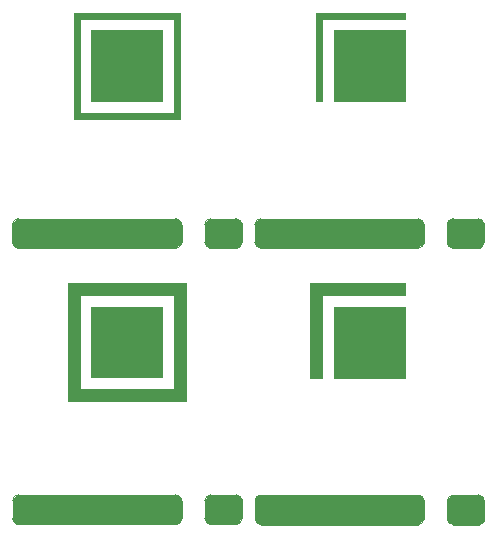
<source format=gbr>
%TF.GenerationSoftware,KiCad,Pcbnew,(7.0.0)*%
%TF.CreationDate,2023-03-30T16:55:44-05:00*%
%TF.ProjectId,Cookie_Mantis,436f6f6b-6965-45f4-9d61-6e7469732e6b,rev?*%
%TF.SameCoordinates,Original*%
%TF.FileFunction,Copper,L1,Top*%
%TF.FilePolarity,Positive*%
%FSLAX46Y46*%
G04 Gerber Fmt 4.6, Leading zero omitted, Abs format (unit mm)*
G04 Created by KiCad (PCBNEW (7.0.0)) date 2023-03-30 16:55:44*
%MOMM*%
%LPD*%
G01*
G04 APERTURE LIST*
%TA.AperFunction,NonConductor*%
%ADD10C,0.010000*%
%TD*%
%TA.AperFunction,NonConductor*%
%ADD11C,0.100000*%
%TD*%
%TA.AperFunction,ViaPad*%
%ADD12C,0.800000*%
%TD*%
%TA.AperFunction,ViaPad*%
%ADD13C,0.250000*%
%TD*%
G04 APERTURE END LIST*
D10*
X39233560Y-37695800D02*
X46233560Y-37695800D01*
X46233560Y-37695800D02*
X46233560Y-38695800D01*
X46233560Y-38695800D02*
X39233560Y-38695800D01*
X39233560Y-38695800D02*
X39233560Y-37695800D01*
G36*
X39233560Y-37695800D02*
G01*
X46233560Y-37695800D01*
X46233560Y-38695800D01*
X39233560Y-38695800D01*
X39233560Y-37695800D01*
G37*
D11*
X27343100Y-32743000D02*
G75*
G03*
X26835040Y-32235000I-508100J-100D01*
G01*
G36*
X47861600Y-34242400D02*
G01*
X33790000Y-33505800D01*
X34044000Y-32947000D01*
X47861600Y-32743800D01*
X47861600Y-34242400D01*
G37*
X47861600Y-34242400D02*
X33790000Y-33505800D01*
X34044000Y-32947000D01*
X47861600Y-32743800D01*
X47861600Y-34242400D01*
G36*
X35329000Y-56189600D02*
G01*
X35583000Y-57662800D01*
X35430600Y-57612000D01*
X33551000Y-57637400D01*
X33551000Y-56164200D01*
X35329000Y-56189600D01*
G37*
X35329000Y-56189600D02*
X35583000Y-57662800D01*
X35430600Y-57612000D01*
X33551000Y-57637400D01*
X33551000Y-56164200D01*
X35329000Y-56189600D01*
G36*
X32042040Y-32311200D02*
G01*
X32296040Y-32412800D01*
X32359540Y-32552500D01*
X32448440Y-32717600D01*
X32448440Y-34241600D01*
X32372240Y-34330500D01*
X32296040Y-34508300D01*
X32169040Y-34635300D01*
X31965840Y-34749600D01*
X29768740Y-34749600D01*
X29730640Y-34698800D01*
X29603640Y-34648000D01*
X29476640Y-34571800D01*
X29375040Y-34419400D01*
X29298840Y-34267000D01*
X29298840Y-32704900D01*
X29375040Y-32628700D01*
X29463940Y-32476300D01*
X29603640Y-32362000D01*
X29806840Y-32235000D01*
X30175140Y-32235000D01*
X30568840Y-32235000D01*
X31953140Y-32235000D01*
X32042040Y-32311200D01*
G37*
X32042040Y-32311200D02*
X32296040Y-32412800D01*
X32359540Y-32552500D01*
X32448440Y-32717600D01*
X32448440Y-34241600D01*
X32372240Y-34330500D01*
X32296040Y-34508300D01*
X32169040Y-34635300D01*
X31965840Y-34749600D01*
X29768740Y-34749600D01*
X29730640Y-34698800D01*
X29603640Y-34648000D01*
X29476640Y-34571800D01*
X29375040Y-34419400D01*
X29298840Y-34267000D01*
X29298840Y-32704900D01*
X29375040Y-32628700D01*
X29463940Y-32476300D01*
X29603640Y-32362000D01*
X29806840Y-32235000D01*
X30175140Y-32235000D01*
X30568840Y-32235000D01*
X31953140Y-32235000D01*
X32042040Y-32311200D01*
X34059000Y-55630800D02*
G75*
G03*
X33551000Y-56138800I0J-508000D01*
G01*
G36*
X47571800Y-55732400D02*
G01*
X47724200Y-55859400D01*
X47800400Y-55986400D01*
X47851200Y-56138800D01*
X45209600Y-56113400D01*
X33551000Y-56138800D01*
X33678000Y-55884800D01*
X33855800Y-55732400D01*
X33982800Y-55681600D01*
X34059000Y-55656200D01*
X47368600Y-55656200D01*
X47571800Y-55732400D01*
G37*
X47571800Y-55732400D02*
X47724200Y-55859400D01*
X47800400Y-55986400D01*
X47851200Y-56138800D01*
X45209600Y-56113400D01*
X33551000Y-56138800D01*
X33678000Y-55884800D01*
X33855800Y-55732400D01*
X33982800Y-55681600D01*
X34059000Y-55656200D01*
X47368600Y-55656200D01*
X47571800Y-55732400D01*
X33536000Y-34242400D02*
G75*
G03*
X34044000Y-34750400I507900J-100D01*
G01*
X32457000Y-56123800D02*
G75*
G03*
X31949000Y-55615800I-508100J-100D01*
G01*
X52982000Y-56138800D02*
G75*
G03*
X52474000Y-55630800I-508100J-100D01*
G01*
X13525440Y-32234940D02*
G75*
G03*
X13017440Y-32743000I60J-508060D01*
G01*
X49832400Y-57637400D02*
G75*
G03*
X50340400Y-58145400I507900J-100D01*
G01*
G36*
X47836200Y-34242400D02*
G01*
X47785400Y-34369400D01*
X47633000Y-34598000D01*
X47353600Y-34725000D01*
X34044000Y-34725000D01*
X33866200Y-34674200D01*
X33688400Y-34521800D01*
X33536000Y-34242400D01*
X34044000Y-33582000D01*
X34958400Y-32642200D01*
X41968800Y-32515200D01*
X47836200Y-34242400D01*
G37*
X47836200Y-34242400D02*
X47785400Y-34369400D01*
X47633000Y-34598000D01*
X47353600Y-34725000D01*
X34044000Y-34725000D01*
X33866200Y-34674200D01*
X33688400Y-34521800D01*
X33536000Y-34242400D01*
X34044000Y-33582000D01*
X34958400Y-32642200D01*
X41968800Y-32515200D01*
X47836200Y-34242400D01*
G36*
X52560600Y-32312000D02*
G01*
X52814600Y-32413600D01*
X52878100Y-32553300D01*
X52967000Y-32718400D01*
X52967000Y-34242400D01*
X52890800Y-34331300D01*
X52814600Y-34509100D01*
X52687600Y-34636100D01*
X52484400Y-34750400D01*
X50287300Y-34750400D01*
X50249200Y-34699600D01*
X50122200Y-34648800D01*
X49995200Y-34572600D01*
X49893600Y-34420200D01*
X49817400Y-34267800D01*
X49817400Y-32705700D01*
X49893600Y-32629500D01*
X49982500Y-32477100D01*
X50122200Y-32362800D01*
X50325400Y-32235800D01*
X50693700Y-32235800D01*
X51087400Y-32235800D01*
X52471700Y-32235800D01*
X52560600Y-32312000D01*
G37*
X52560600Y-32312000D02*
X52814600Y-32413600D01*
X52878100Y-32553300D01*
X52967000Y-32718400D01*
X52967000Y-34242400D01*
X52890800Y-34331300D01*
X52814600Y-34509100D01*
X52687600Y-34636100D01*
X52484400Y-34750400D01*
X50287300Y-34750400D01*
X50249200Y-34699600D01*
X50122200Y-34648800D01*
X49995200Y-34572600D01*
X49893600Y-34420200D01*
X49817400Y-34267800D01*
X49817400Y-32705700D01*
X49893600Y-32629500D01*
X49982500Y-32477100D01*
X50122200Y-32362800D01*
X50325400Y-32235800D01*
X50693700Y-32235800D01*
X51087400Y-32235800D01*
X52471700Y-32235800D01*
X52560600Y-32312000D01*
X47861600Y-32743800D02*
G75*
G03*
X47353600Y-32235800I-508000J0D01*
G01*
D10*
X18708560Y-37680800D02*
X26708560Y-37680800D01*
X26708560Y-37680800D02*
X26708560Y-38680800D01*
X26708560Y-38680800D02*
X18708560Y-38680800D01*
X18708560Y-38680800D02*
X18708560Y-37680800D01*
G36*
X18708560Y-37680800D02*
G01*
X26708560Y-37680800D01*
X26708560Y-38680800D01*
X18708560Y-38680800D01*
X18708560Y-37680800D01*
G37*
D11*
G36*
X27343040Y-34241600D02*
G01*
X13271440Y-33505000D01*
X13525440Y-32946200D01*
X27343040Y-32743000D01*
X27343040Y-34241600D01*
G37*
X27343040Y-34241600D02*
X13271440Y-33505000D01*
X13525440Y-32946200D01*
X27343040Y-32743000D01*
X27343040Y-34241600D01*
D10*
X18200000Y-14800000D02*
X18700000Y-14800000D01*
X18700000Y-14800000D02*
X18700000Y-23800000D01*
X18700000Y-23800000D02*
X18200000Y-23800000D01*
X18200000Y-23800000D02*
X18200000Y-14800000D01*
G36*
X18200000Y-14800000D02*
G01*
X18700000Y-14800000D01*
X18700000Y-23800000D01*
X18200000Y-23800000D01*
X18200000Y-14800000D01*
G37*
D11*
G36*
X47876600Y-57637400D02*
G01*
X33805000Y-56900800D01*
X34059000Y-56342000D01*
X47876600Y-56138800D01*
X47876600Y-57637400D01*
G37*
X47876600Y-57637400D02*
X33805000Y-56900800D01*
X34059000Y-56342000D01*
X47876600Y-56138800D01*
X47876600Y-57637400D01*
D10*
X38718560Y-14800800D02*
X39218560Y-14800800D01*
X39218560Y-14800800D02*
X39218560Y-22300800D01*
X39218560Y-22300800D02*
X38718560Y-22300800D01*
X38718560Y-22300800D02*
X38718560Y-14800800D01*
G36*
X38718560Y-14800800D02*
G01*
X39218560Y-14800800D01*
X39218560Y-22300800D01*
X38718560Y-22300800D01*
X38718560Y-14800800D01*
G37*
D11*
X52459000Y-34750400D02*
G75*
G03*
X52967000Y-34242400I0J508000D01*
G01*
X29815400Y-55615800D02*
G75*
G03*
X29307400Y-56123800I0J-508000D01*
G01*
G36*
X32050600Y-55692000D02*
G01*
X32304600Y-55793600D01*
X32368100Y-55933300D01*
X32457000Y-56098400D01*
X32457000Y-57622400D01*
X32380800Y-57711300D01*
X32304600Y-57889100D01*
X32177600Y-58016100D01*
X31974400Y-58130400D01*
X29777300Y-58130400D01*
X29739200Y-58079600D01*
X29612200Y-58028800D01*
X29485200Y-57952600D01*
X29383600Y-57800200D01*
X29307400Y-57647800D01*
X29307400Y-56085700D01*
X29383600Y-56009500D01*
X29472500Y-55857100D01*
X29612200Y-55742800D01*
X29815400Y-55615800D01*
X30183700Y-55615800D01*
X30577400Y-55615800D01*
X31961700Y-55615800D01*
X32050600Y-55692000D01*
G37*
X32050600Y-55692000D02*
X32304600Y-55793600D01*
X32368100Y-55933300D01*
X32457000Y-56098400D01*
X32457000Y-57622400D01*
X32380800Y-57711300D01*
X32304600Y-57889100D01*
X32177600Y-58016100D01*
X31974400Y-58130400D01*
X29777300Y-58130400D01*
X29739200Y-58079600D01*
X29612200Y-58028800D01*
X29485200Y-57952600D01*
X29383600Y-57800200D01*
X29307400Y-57647800D01*
X29307400Y-56085700D01*
X29383600Y-56009500D01*
X29472500Y-55857100D01*
X29612200Y-55742800D01*
X29815400Y-55615800D01*
X30183700Y-55615800D01*
X30577400Y-55615800D01*
X31961700Y-55615800D01*
X32050600Y-55692000D01*
X34044000Y-32235800D02*
G75*
G03*
X33536000Y-32743800I0J-508000D01*
G01*
G36*
X52575600Y-55707000D02*
G01*
X52829600Y-55808600D01*
X52893100Y-55948300D01*
X52982000Y-56113400D01*
X52982000Y-57637400D01*
X52905800Y-57726300D01*
X52829600Y-57904100D01*
X52702600Y-58031100D01*
X52499400Y-58145400D01*
X50302300Y-58145400D01*
X50264200Y-58094600D01*
X50137200Y-58043800D01*
X50010200Y-57967600D01*
X49908600Y-57815200D01*
X49832400Y-57662800D01*
X49832400Y-56100700D01*
X49908600Y-56024500D01*
X49997500Y-55872100D01*
X50137200Y-55757800D01*
X50340400Y-55630800D01*
X50708700Y-55630800D01*
X51102400Y-55630800D01*
X52486700Y-55630800D01*
X52575600Y-55707000D01*
G37*
X52575600Y-55707000D02*
X52829600Y-55808600D01*
X52893100Y-55948300D01*
X52982000Y-56113400D01*
X52982000Y-57637400D01*
X52905800Y-57726300D01*
X52829600Y-57904100D01*
X52702600Y-58031100D01*
X52499400Y-58145400D01*
X50302300Y-58145400D01*
X50264200Y-58094600D01*
X50137200Y-58043800D01*
X50010200Y-57967600D01*
X49908600Y-57815200D01*
X49832400Y-57662800D01*
X49832400Y-56100700D01*
X49908600Y-56024500D01*
X49997500Y-55872100D01*
X50137200Y-55757800D01*
X50340400Y-55630800D01*
X50708700Y-55630800D01*
X51102400Y-55630800D01*
X52486700Y-55630800D01*
X52575600Y-55707000D01*
X13017500Y-34241600D02*
G75*
G03*
X13525440Y-34749600I507900J-100D01*
G01*
D10*
X40218560Y-16300800D02*
X46218560Y-16300800D01*
X46218560Y-16300800D02*
X46218560Y-22300800D01*
X46218560Y-22300800D02*
X40218560Y-22300800D01*
X40218560Y-22300800D02*
X40218560Y-16300800D01*
G36*
X40218560Y-16300800D02*
G01*
X46218560Y-16300800D01*
X46218560Y-22300800D01*
X40218560Y-22300800D01*
X40218560Y-16300800D01*
G37*
D11*
G36*
X27326200Y-57622400D02*
G01*
X27275400Y-57749400D01*
X27123000Y-57978000D01*
X26843600Y-58105000D01*
X13534000Y-58105000D01*
X13356200Y-58054200D01*
X13178400Y-57901800D01*
X13026000Y-57622400D01*
X13534000Y-56962000D01*
X14448400Y-56022200D01*
X21458800Y-55895200D01*
X27326200Y-57622400D01*
G37*
X27326200Y-57622400D02*
X27275400Y-57749400D01*
X27123000Y-57978000D01*
X26843600Y-58105000D01*
X13534000Y-58105000D01*
X13356200Y-58054200D01*
X13178400Y-57901800D01*
X13026000Y-57622400D01*
X13534000Y-56962000D01*
X14448400Y-56022200D01*
X21458800Y-55895200D01*
X27326200Y-57622400D01*
X26843600Y-58130400D02*
G75*
G03*
X27351600Y-57622400I0J508000D01*
G01*
G36*
X27317640Y-34241600D02*
G01*
X27266840Y-34368600D01*
X27114440Y-34597200D01*
X26835040Y-34724200D01*
X13525440Y-34724200D01*
X13347640Y-34673400D01*
X13169840Y-34521000D01*
X13017440Y-34241600D01*
X13525440Y-33581200D01*
X14439840Y-32641400D01*
X21450240Y-32514400D01*
X27317640Y-34241600D01*
G37*
X27317640Y-34241600D02*
X27266840Y-34368600D01*
X27114440Y-34597200D01*
X26835040Y-34724200D01*
X13525440Y-34724200D01*
X13347640Y-34673400D01*
X13169840Y-34521000D01*
X13017440Y-34241600D01*
X13525440Y-33581200D01*
X14439840Y-32641400D01*
X21450240Y-32514400D01*
X27317640Y-34241600D01*
G36*
X14804000Y-56174600D02*
G01*
X15058000Y-57647800D01*
X14905600Y-57597000D01*
X13026000Y-57622400D01*
X13026000Y-56149200D01*
X14804000Y-56174600D01*
G37*
X14804000Y-56174600D02*
X15058000Y-57647800D01*
X14905600Y-57597000D01*
X13026000Y-57622400D01*
X13026000Y-56149200D01*
X14804000Y-56174600D01*
G36*
X27351600Y-57622400D02*
G01*
X13280000Y-56885800D01*
X13534000Y-56327000D01*
X27351600Y-56123800D01*
X27351600Y-57622400D01*
G37*
X27351600Y-57622400D02*
X13280000Y-56885800D01*
X13534000Y-56327000D01*
X27351600Y-56123800D01*
X27351600Y-57622400D01*
D10*
X18700000Y-23300000D02*
X27200000Y-23300000D01*
X27200000Y-23300000D02*
X27200000Y-23800000D01*
X27200000Y-23800000D02*
X18700000Y-23800000D01*
X18700000Y-23800000D02*
X18700000Y-23300000D01*
G36*
X18700000Y-23300000D02*
G01*
X27200000Y-23300000D01*
X27200000Y-23800000D01*
X18700000Y-23800000D01*
X18700000Y-23300000D01*
G37*
D11*
G36*
X27038240Y-32336600D02*
G01*
X27190640Y-32463600D01*
X27266840Y-32590600D01*
X27317640Y-32743000D01*
X24676040Y-32717600D01*
X13017440Y-32743000D01*
X13144440Y-32489000D01*
X13322240Y-32336600D01*
X13449240Y-32285800D01*
X13525440Y-32260400D01*
X26835040Y-32260400D01*
X27038240Y-32336600D01*
G37*
X27038240Y-32336600D02*
X27190640Y-32463600D01*
X27266840Y-32590600D01*
X27317640Y-32743000D01*
X24676040Y-32717600D01*
X13017440Y-32743000D01*
X13144440Y-32489000D01*
X13322240Y-32336600D01*
X13449240Y-32285800D01*
X13525440Y-32260400D01*
X26835040Y-32260400D01*
X27038240Y-32336600D01*
G36*
X47851200Y-57637400D02*
G01*
X47800400Y-57764400D01*
X47648000Y-57993000D01*
X47368600Y-58120000D01*
X34059000Y-58120000D01*
X33881200Y-58069200D01*
X33703400Y-57916800D01*
X33551000Y-57637400D01*
X34059000Y-56977000D01*
X34973400Y-56037200D01*
X41983800Y-55910200D01*
X47851200Y-57637400D01*
G37*
X47851200Y-57637400D02*
X47800400Y-57764400D01*
X47648000Y-57993000D01*
X47368600Y-58120000D01*
X34059000Y-58120000D01*
X33881200Y-58069200D01*
X33703400Y-57916800D01*
X33551000Y-57637400D01*
X34059000Y-56977000D01*
X34973400Y-56037200D01*
X41983800Y-55910200D01*
X47851200Y-57637400D01*
D10*
X26708560Y-37680800D02*
X27708560Y-37680800D01*
X27708560Y-37680800D02*
X27708560Y-46680800D01*
X27708560Y-46680800D02*
X26708560Y-46680800D01*
X26708560Y-46680800D02*
X26708560Y-37680800D01*
G36*
X26708560Y-37680800D02*
G01*
X27708560Y-37680800D01*
X27708560Y-46680800D01*
X26708560Y-46680800D01*
X26708560Y-37680800D01*
G37*
D11*
X50340400Y-55630800D02*
G75*
G03*
X49832400Y-56138800I0J-508000D01*
G01*
D10*
X18708560Y-46680800D02*
X27708560Y-46680800D01*
X27708560Y-46680800D02*
X27708560Y-47680800D01*
X27708560Y-47680800D02*
X18708560Y-47680800D01*
X18708560Y-47680800D02*
X18708560Y-46680800D01*
G36*
X18708560Y-46680800D02*
G01*
X27708560Y-46680800D01*
X27708560Y-47680800D01*
X18708560Y-47680800D01*
X18708560Y-46680800D01*
G37*
D11*
G36*
X14795440Y-32793800D02*
G01*
X15049440Y-34267000D01*
X14897040Y-34216200D01*
X13017440Y-34241600D01*
X13017440Y-32768400D01*
X14795440Y-32793800D01*
G37*
X14795440Y-32793800D02*
X15049440Y-34267000D01*
X14897040Y-34216200D01*
X13017440Y-34241600D01*
X13017440Y-32768400D01*
X14795440Y-32793800D01*
D10*
X38233560Y-37695800D02*
X39233560Y-37695800D01*
X39233560Y-37695800D02*
X39233560Y-45695800D01*
X39233560Y-45695800D02*
X38233560Y-45695800D01*
X38233560Y-45695800D02*
X38233560Y-37695800D01*
G36*
X38233560Y-37695800D02*
G01*
X39233560Y-37695800D01*
X39233560Y-45695800D01*
X38233560Y-45695800D01*
X38233560Y-37695800D01*
G37*
D11*
X31940440Y-34749540D02*
G75*
G03*
X32448440Y-34241600I60J507940D01*
G01*
X33551000Y-57637400D02*
G75*
G03*
X34059000Y-58145400I507900J-100D01*
G01*
X47876600Y-56138800D02*
G75*
G03*
X47368600Y-55630800I-508100J-100D01*
G01*
X13534000Y-55615800D02*
G75*
G03*
X13026000Y-56123800I0J-508000D01*
G01*
X29806840Y-32234940D02*
G75*
G03*
X29298840Y-32743000I60J-508060D01*
G01*
G36*
X47556800Y-32337400D02*
G01*
X47709200Y-32464400D01*
X47785400Y-32591400D01*
X47836200Y-32743800D01*
X45194600Y-32718400D01*
X33536000Y-32743800D01*
X33663000Y-32489800D01*
X33840800Y-32337400D01*
X33967800Y-32286600D01*
X34044000Y-32261200D01*
X47353600Y-32261200D01*
X47556800Y-32337400D01*
G37*
X47556800Y-32337400D02*
X47709200Y-32464400D01*
X47785400Y-32591400D01*
X47836200Y-32743800D01*
X45194600Y-32718400D01*
X33536000Y-32743800D01*
X33663000Y-32489800D01*
X33840800Y-32337400D01*
X33967800Y-32286600D01*
X34044000Y-32261200D01*
X47353600Y-32261200D01*
X47556800Y-32337400D01*
X47353600Y-34750400D02*
G75*
G03*
X47861600Y-34242400I0J508000D01*
G01*
G36*
X26818200Y-58130400D02*
G01*
X13534000Y-58130400D01*
X13534000Y-55615800D01*
X26818200Y-55615800D01*
X26818200Y-58130400D01*
G37*
X26818200Y-58130400D02*
X13534000Y-58130400D01*
X13534000Y-55615800D01*
X26818200Y-55615800D01*
X26818200Y-58130400D01*
G36*
X47343200Y-58145400D02*
G01*
X34059000Y-58145400D01*
X34059000Y-55630800D01*
X47343200Y-55630800D01*
X47343200Y-58145400D01*
G37*
X47343200Y-58145400D02*
X34059000Y-58145400D01*
X34059000Y-55630800D01*
X47343200Y-55630800D01*
X47343200Y-58145400D01*
X13026000Y-57622400D02*
G75*
G03*
X13534000Y-58130400I507900J-100D01*
G01*
X27351600Y-56123800D02*
G75*
G03*
X26843600Y-55615800I-508100J-100D01*
G01*
X49817400Y-34242400D02*
G75*
G03*
X50325400Y-34750400I508000J0D01*
G01*
X29307400Y-57622400D02*
G75*
G03*
X29815400Y-58130400I507900J-100D01*
G01*
X31949000Y-58130400D02*
G75*
G03*
X32457000Y-57622400I0J508000D01*
G01*
X29298900Y-34241600D02*
G75*
G03*
X29806840Y-34749600I507900J-100D01*
G01*
X32448500Y-32743000D02*
G75*
G03*
X31940440Y-32235000I-508100J-100D01*
G01*
D10*
X19700000Y-16300000D02*
X25700000Y-16300000D01*
X25700000Y-16300000D02*
X25700000Y-22300000D01*
X25700000Y-22300000D02*
X19700000Y-22300000D01*
X19700000Y-22300000D02*
X19700000Y-16300000D01*
G36*
X19700000Y-16300000D02*
G01*
X25700000Y-16300000D01*
X25700000Y-22300000D01*
X19700000Y-22300000D01*
X19700000Y-16300000D01*
G37*
D11*
X52474000Y-58145400D02*
G75*
G03*
X52982000Y-57637400I0J508000D01*
G01*
X50325400Y-32235800D02*
G75*
G03*
X49817400Y-32743800I0J-508000D01*
G01*
D10*
X26700000Y-14800000D02*
X27200000Y-14800000D01*
X27200000Y-14800000D02*
X27200000Y-23300000D01*
X27200000Y-23300000D02*
X26700000Y-23300000D01*
X26700000Y-23300000D02*
X26700000Y-14800000D01*
G36*
X26700000Y-14800000D02*
G01*
X27200000Y-14800000D01*
X27200000Y-23300000D01*
X26700000Y-23300000D01*
X26700000Y-14800000D01*
G37*
D11*
X47368600Y-58145400D02*
G75*
G03*
X47876600Y-57637400I0J508000D01*
G01*
D10*
X18700000Y-14800000D02*
X26700000Y-14800000D01*
X26700000Y-14800000D02*
X26700000Y-15300000D01*
X26700000Y-15300000D02*
X18700000Y-15300000D01*
X18700000Y-15300000D02*
X18700000Y-14800000D01*
G36*
X18700000Y-14800000D02*
G01*
X26700000Y-14800000D01*
X26700000Y-15300000D01*
X18700000Y-15300000D01*
X18700000Y-14800000D01*
G37*
D11*
G36*
X35314000Y-32794600D02*
G01*
X35568000Y-34267800D01*
X35415600Y-34217000D01*
X33536000Y-34242400D01*
X33536000Y-32769200D01*
X35314000Y-32794600D01*
G37*
X35314000Y-32794600D02*
X35568000Y-34267800D01*
X35415600Y-34217000D01*
X33536000Y-34242400D01*
X33536000Y-32769200D01*
X35314000Y-32794600D01*
D10*
X17708560Y-37680800D02*
X18708560Y-37680800D01*
X18708560Y-37680800D02*
X18708560Y-47680800D01*
X18708560Y-47680800D02*
X17708560Y-47680800D01*
X17708560Y-47680800D02*
X17708560Y-37680800D01*
G36*
X17708560Y-37680800D02*
G01*
X18708560Y-37680800D01*
X18708560Y-47680800D01*
X17708560Y-47680800D01*
X17708560Y-37680800D01*
G37*
D11*
G36*
X27046800Y-55717400D02*
G01*
X27199200Y-55844400D01*
X27275400Y-55971400D01*
X27326200Y-56123800D01*
X24684600Y-56098400D01*
X13026000Y-56123800D01*
X13153000Y-55869800D01*
X13330800Y-55717400D01*
X13457800Y-55666600D01*
X13534000Y-55641200D01*
X26843600Y-55641200D01*
X27046800Y-55717400D01*
G37*
X27046800Y-55717400D02*
X27199200Y-55844400D01*
X27275400Y-55971400D01*
X27326200Y-56123800D01*
X24684600Y-56098400D01*
X13026000Y-56123800D01*
X13153000Y-55869800D01*
X13330800Y-55717400D01*
X13457800Y-55666600D01*
X13534000Y-55641200D01*
X26843600Y-55641200D01*
X27046800Y-55717400D01*
G36*
X47328200Y-34750400D02*
G01*
X34044000Y-34750400D01*
X34044000Y-32235800D01*
X47328200Y-32235800D01*
X47328200Y-34750400D01*
G37*
X47328200Y-34750400D02*
X34044000Y-34750400D01*
X34044000Y-32235800D01*
X47328200Y-32235800D01*
X47328200Y-34750400D01*
D10*
X19708560Y-39680800D02*
X25708560Y-39680800D01*
X25708560Y-39680800D02*
X25708560Y-45680800D01*
X25708560Y-45680800D02*
X19708560Y-45680800D01*
X19708560Y-45680800D02*
X19708560Y-39680800D01*
G36*
X19708560Y-39680800D02*
G01*
X25708560Y-39680800D01*
X25708560Y-45680800D01*
X19708560Y-45680800D01*
X19708560Y-39680800D01*
G37*
X39218560Y-14800800D02*
X46218560Y-14800800D01*
X46218560Y-14800800D02*
X46218560Y-15300800D01*
X46218560Y-15300800D02*
X39218560Y-15300800D01*
X39218560Y-15300800D02*
X39218560Y-14800800D01*
G36*
X39218560Y-14800800D02*
G01*
X46218560Y-14800800D01*
X46218560Y-15300800D01*
X39218560Y-15300800D01*
X39218560Y-14800800D01*
G37*
D11*
X52967000Y-32743800D02*
G75*
G03*
X52459000Y-32235800I-508000J0D01*
G01*
D10*
X40233560Y-39695800D02*
X46233560Y-39695800D01*
X46233560Y-39695800D02*
X46233560Y-45695800D01*
X46233560Y-45695800D02*
X40233560Y-45695800D01*
X40233560Y-45695800D02*
X40233560Y-39695800D01*
G36*
X40233560Y-39695800D02*
G01*
X46233560Y-39695800D01*
X46233560Y-45695800D01*
X40233560Y-45695800D01*
X40233560Y-39695800D01*
G37*
D11*
X26835040Y-34749540D02*
G75*
G03*
X27343040Y-34241600I60J507940D01*
G01*
G36*
X26809640Y-34749600D02*
G01*
X13525440Y-34749600D01*
X13525440Y-32235000D01*
X26809640Y-32235000D01*
X26809640Y-34749600D01*
G37*
X26809640Y-34749600D02*
X13525440Y-34749600D01*
X13525440Y-32235000D01*
X26809640Y-32235000D01*
X26809640Y-34749600D01*
D12*
%TO.N,*%
X40289600Y-33510800D03*
X21779600Y-56890800D03*
X23779600Y-56890800D03*
X34289600Y-33510800D03*
X38289600Y-33510800D03*
D13*
X38733560Y-45596784D03*
D12*
X46289600Y-33510800D03*
X46304600Y-56905800D03*
X31771040Y-33510000D03*
X25779600Y-56890800D03*
X25771040Y-33510000D03*
X44304600Y-56905800D03*
X38304600Y-56905800D03*
X44289600Y-33510800D03*
X36304600Y-56905800D03*
X31779600Y-56890800D03*
X15771040Y-33510000D03*
X13771040Y-33510000D03*
D13*
X46133560Y-45596784D03*
D12*
X23771040Y-33510000D03*
X21771040Y-33510000D03*
X42304600Y-56905800D03*
X29779600Y-56890800D03*
X50304600Y-56905800D03*
X19771040Y-33510000D03*
D13*
X38928560Y-22070800D03*
D12*
X52304600Y-56905800D03*
X36289600Y-33510800D03*
X19779600Y-56890800D03*
X50289600Y-33510800D03*
X29771040Y-33510000D03*
X42289600Y-33510800D03*
X34304600Y-56905800D03*
X40304600Y-56905800D03*
D13*
X46128560Y-22220800D03*
D12*
X52289600Y-33510800D03*
D13*
X18700000Y-23300000D03*
X25608560Y-45581784D03*
D12*
X15779600Y-56890800D03*
D13*
X25600000Y-22200000D03*
D12*
X13779600Y-56890800D03*
X17771040Y-33510000D03*
X17779600Y-56890800D03*
D13*
X18708560Y-46680800D03*
%TD*%
M02*

</source>
